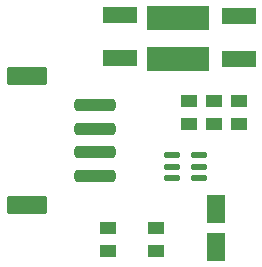
<source format=gbr>
G04*
G04 #@! TF.GenerationSoftware,Altium Limited,Altium Designer,23.0.1 (38)*
G04*
G04 Layer_Color=8421504*
%FSLAX25Y25*%
%MOIN*%
G70*
G04*
G04 #@! TF.SameCoordinates,522C3931-FE7E-4C40-AD20-8D3CB5E53036*
G04*
G04*
G04 #@! TF.FilePolarity,Positive*
G04*
G01*
G75*
G04:AMPARAMS|DCode=15|XSize=39.37mil|YSize=137.8mil|CornerRadius=9.84mil|HoleSize=0mil|Usage=FLASHONLY|Rotation=90.000|XOffset=0mil|YOffset=0mil|HoleType=Round|Shape=RoundedRectangle|*
%AMROUNDEDRECTD15*
21,1,0.03937,0.11811,0,0,90.0*
21,1,0.01968,0.13780,0,0,90.0*
1,1,0.01968,0.05906,0.00984*
1,1,0.01968,0.05906,-0.00984*
1,1,0.01968,-0.05906,-0.00984*
1,1,0.01968,-0.05906,0.00984*
%
%ADD15ROUNDEDRECTD15*%
G04:AMPARAMS|DCode=16|XSize=59.06mil|YSize=133.86mil|CornerRadius=7.38mil|HoleSize=0mil|Usage=FLASHONLY|Rotation=90.000|XOffset=0mil|YOffset=0mil|HoleType=Round|Shape=RoundedRectangle|*
%AMROUNDEDRECTD16*
21,1,0.05906,0.11909,0,0,90.0*
21,1,0.04429,0.13386,0,0,90.0*
1,1,0.01476,0.05955,0.02215*
1,1,0.01476,0.05955,-0.02215*
1,1,0.01476,-0.05955,-0.02215*
1,1,0.01476,-0.05955,0.02215*
%
%ADD16ROUNDEDRECTD16*%
%ADD17R,0.11417X0.05512*%
%ADD18R,0.06102X0.09252*%
%ADD19R,0.05315X0.04134*%
G04:AMPARAMS|DCode=20|XSize=53.94mil|YSize=23.23mil|CornerRadius=5.81mil|HoleSize=0mil|Usage=FLASHONLY|Rotation=180.000|XOffset=0mil|YOffset=0mil|HoleType=Round|Shape=RoundedRectangle|*
%AMROUNDEDRECTD20*
21,1,0.05394,0.01161,0,0,180.0*
21,1,0.04232,0.02323,0,0,180.0*
1,1,0.01161,-0.02116,0.00581*
1,1,0.01161,0.02116,0.00581*
1,1,0.01161,0.02116,-0.00581*
1,1,0.01161,-0.02116,-0.00581*
%
%ADD20ROUNDEDRECTD20*%
%ADD21R,0.20866X0.07874*%
D15*
X315438Y157746D02*
D03*
Y165620D02*
D03*
Y173494D02*
D03*
Y181368D02*
D03*
D16*
X292800Y148100D02*
D03*
Y191013D02*
D03*
D17*
X363300Y196913D02*
D03*
Y211087D02*
D03*
X323700Y197213D02*
D03*
Y211387D02*
D03*
D18*
X355500Y146799D02*
D03*
Y134201D02*
D03*
D19*
X363300Y174961D02*
D03*
Y182639D02*
D03*
X355000Y175061D02*
D03*
Y182739D02*
D03*
X346700Y182639D02*
D03*
Y174961D02*
D03*
X319500Y132661D02*
D03*
Y140339D02*
D03*
X335500D02*
D03*
Y132661D02*
D03*
D20*
X350106Y164640D02*
D03*
Y160900D02*
D03*
Y157160D02*
D03*
X340894D02*
D03*
Y160900D02*
D03*
Y164640D02*
D03*
D21*
X343100Y210590D02*
D03*
Y196810D02*
D03*
M02*

</source>
